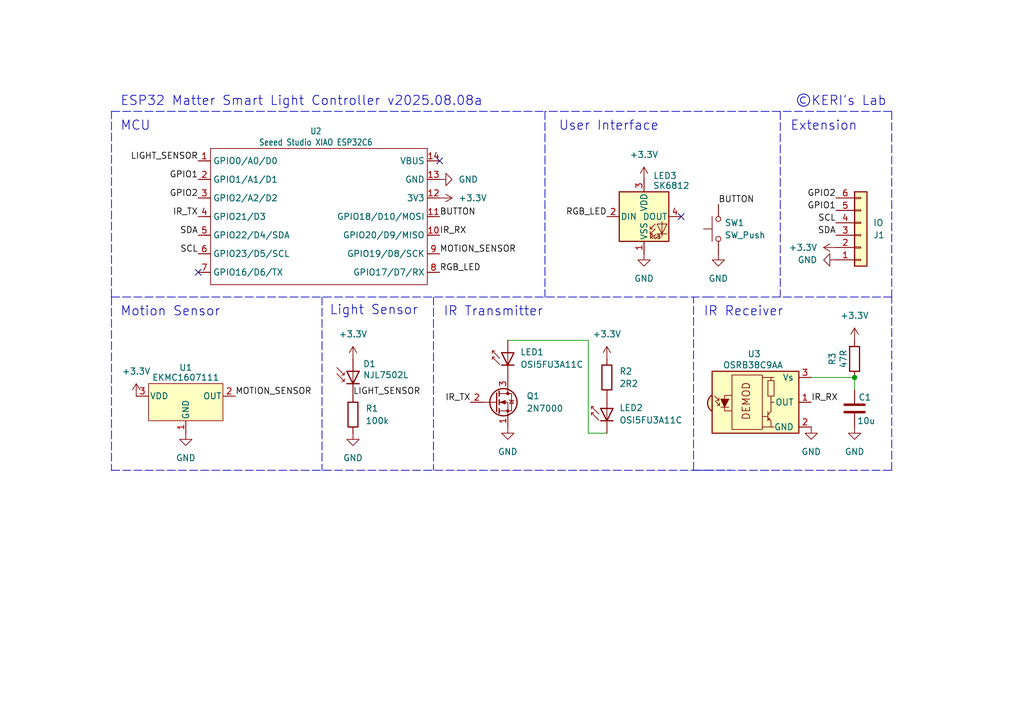
<source format=kicad_sch>
(kicad_sch (version 20250114) (generator "eeschema") (generator_version "9.0")
  (paper "A5")
  (title_block (title "ESP32 Matter Smart Light Controller") (date "2025-08-08") (rev "v2025.08.08a") (company "KERI's Lab"))
  (lib_symbols
    (symbol "Connector_Generic:Conn_01x06" (pin_names (offset 1.016) (hide yes))
      (property "Reference" "J" (at 0 7.62 0))
      (property "Value" "Conn_01x06" (at 0 -10.16 0))
      (symbol "Conn_01x06_1_1"
        (rectangle (start -1.27 6.35) (end 1.27 -8.89) (stroke (width 0.254)) (fill (type background)))
        (rectangle (start -1.27 5.207) (end 0 4.953) (stroke (width 0.1524)))
        (rectangle (start -1.27 2.667) (end 0 2.413) (stroke (width 0.1524)))
        (rectangle (start -1.27 0.127) (end 0 -0.127) (stroke (width 0.1524)))
        (rectangle (start -1.27 -2.413) (end 0 -2.667) (stroke (width 0.1524)))
        (rectangle (start -1.27 -4.953) (end 0 -5.207) (stroke (width 0.1524)))
        (rectangle (start -1.27 -7.493) (end 0 -7.747) (stroke (width 0.1524)))
        (pin passive line (at -5.08 5.08 0) (length 3.81) (name "Pin_1") (number "1"))
        (pin passive line (at -5.08 2.54 0) (length 3.81) (name "Pin_2") (number "2"))
        (pin passive line (at -5.08 0 0) (length 3.81) (name "Pin_3") (number "3"))
        (pin passive line (at -5.08 -2.54 0) (length 3.81) (name "Pin_4") (number "4"))
        (pin passive line (at -5.08 -5.08 0) (length 3.81) (name "Pin_5") (number "5"))
        (pin passive line (at -5.08 -7.62 0) (length 3.81) (name "Pin_6") (number "6"))
      )
    )
    (symbol "Device:C" (pin_numbers (hide yes)) (pin_names (offset 0.254))
      (property "Reference" "C" (at 0.635 2.54 0))
      (property "Value" "C" (at 0.635 -2.54 0))
      (symbol "C_0_1"
        (polyline (pts (xy -2.032 0.762) (xy 2.032 0.762)) (stroke (width 0.508)))
        (polyline (pts (xy -2.032 -0.762) (xy 2.032 -0.762)) (stroke (width 0.508)))
      )
      (symbol "C_1_1"
        (pin passive line (at 0 3.81 270) (length 2.794) (name "~") (number "1"))
        (pin passive line (at 0 -3.81 90) (length 2.794) (name "~") (number "2"))
      )
    )
    (symbol "Device:D_Photo" (pin_numbers (hide yes)) (pin_names (hide yes))
      (property "Reference" "D" (at 0.508 1.778 0))
      (property "Value" "D_Photo" (at -1.016 -2.794 0))
      (symbol "D_Photo_0_1"
        (polyline (pts (xy -2.54 1.27) (xy -2.54 -1.27)) (stroke (width 0.254)))
        (polyline (pts (xy -2.032 1.778) (xy -1.524 1.778)))
        (polyline (pts (xy -0.508 3.302) (xy -2.032 1.778) (xy -2.032 2.286)))
        (polyline (pts (xy 0 0) (xy -2.54 0)))
        (polyline (pts (xy 0 -1.27) (xy 0 1.27) (xy -2.54 0) (xy 0 -1.27)) (stroke (width 0.254)))
        (polyline (pts (xy 0.762 3.302) (xy -0.762 1.778) (xy -0.762 2.286) (xy -0.762 1.778) (xy -0.254 1.778)))
      )
      (symbol "D_Photo_1_1"
        (pin passive line (at -5.08 0 0) (length 2.54) (name "K") (number "1"))
        (pin passive line (at 2.54 0 180) (length 2.54) (name "A") (number "2"))
      )
    )
    (symbol "Device:R" (pin_numbers (hide yes)) (pin_names (offset 0))
      (property "Reference" "R" (at 2.032 0 90))
      (property "Value" "R" (at 0 0 90))
      (symbol "R_0_1"
        (rectangle (start -1.016 -2.54) (end 1.016 2.54) (stroke (width 0.254)))
      )
      (symbol "R_1_1"
        (pin passive line (at 0 3.81 270) (length 1.27) (name "~") (number "1"))
        (pin passive line (at 0 -3.81 90) (length 1.27) (name "~") (number "2"))
      )
    )
    (symbol "Interface_Optical:TSDP341xx" (pin_names (offset 1.016))
      (property "Reference" "U" (at -10.16 7.62 0))
      (property "Value" "TSDP341xx" (at -10.16 -7.62 0))
      (symbol "TSDP341xx_0_0"
        (arc (start -10.287 -1.778) (mid -11.0899 -0.1905) (end -10.287 1.397) (stroke (width 0.254)) (fill (type background)))
        (polyline (pts (xy 1.905 5.08) (xy 0.127 5.08)))
        (polyline (pts (xy 1.905 -5.08) (xy 0.127 -5.08)))
        (text "DEMOD" (at -3.175 0.254 900) (effects (font (size 1.524 1.524))))
      )
      (symbol "TSDP341xx_0_1"
        (polyline (pts (xy -8.763 0.381) (xy -9.652 1.27)))
        (polyline (pts (xy -8.763 0.381) (xy -9.271 0.381)))
        (polyline (pts (xy -8.763 0.381) (xy -8.763 0.889)))
        (polyline (pts (xy -8.636 -0.635) (xy -9.525 0.254)))
        (polyline (pts (xy -8.636 -0.635) (xy -9.144 -0.635)))
        (polyline (pts (xy -8.636 -0.635) (xy -8.636 -0.127)))
        (polyline (pts (xy -8.382 0.635) (xy -6.731 0.635) (xy -7.62 -1.016) (xy -8.382 0.635)) (fill (type outline)))
        (polyline (pts (xy -8.382 -1.016) (xy -6.731 -1.016)))
        (rectangle (start -6.096 5.588) (end 0.127 -5.588))
        (polyline (pts (xy -6.096 1.397) (xy -7.62 1.397) (xy -7.62 -1.778) (xy -6.096 -1.778)))
        (polyline (pts (xy 1.27 -1.905) (xy 1.27 -3.81)))
        (polyline (pts (xy 1.27 -2.54) (xy 1.905 -1.905) (xy 1.905 0) (xy 2.54 0)))
        (polyline (pts (xy 1.27 -2.921) (xy 0.127 -2.921)))
        (polyline (pts (xy 1.27 -3.175) (xy 1.905 -3.81) (xy 1.905 -5.08) (xy 2.54 -5.08)))
        (polyline (pts (xy 1.397 -3.556) (xy 1.524 -3.556)))
        (polyline (pts (xy 1.651 -3.556) (xy 1.524 -3.556)))
        (polyline (pts (xy 1.651 -3.556) (xy 1.651 -3.302)))
        (polyline (pts (xy 1.905 4.445) (xy 1.905 5.08) (xy 2.54 5.08)))
        (polyline (pts (xy 1.905 0) (xy 1.905 1.27)))
        (rectangle (start 2.54 1.27) (end 1.27 4.445))
        (rectangle (start 7.62 6.35) (end -10.16 -6.35) (stroke (width 0.254)) (fill (type background)))
      )
      (symbol "TSDP341xx_1_1"
        (pin power_in line (at 10.16 5.08 180) (length 2.54) (name "Vs") (number "3"))
        (pin output line (at 10.16 0 180) (length 2.54) (name "OUT") (number "1"))
        (pin power_in line (at 10.16 -5.08 180) (length 2.54) (name "GND") (number "2"))
      )
    )
    (symbol "LED:IR204A" (pin_numbers (hide yes)) (pin_names (offset 1.016) (hide yes))
      (property "Reference" "D" (at 0.508 1.778 0))
      (property "Value" "IR204A" (at -1.016 -2.794 0))
      (symbol "IR204A_0_1"
        (polyline (pts (xy -2.54 1.27) (xy -2.54 -1.27)) (stroke (width 0.254)))
        (polyline (pts (xy -2.413 1.651) (xy -0.889 3.175) (xy -0.889 2.667) (xy -0.889 3.175) (xy -1.397 3.175)))
        (polyline (pts (xy -1.143 1.651) (xy 0.381 3.175) (xy 0.381 2.667)))
        (polyline (pts (xy 0 1.27) (xy -2.54 0) (xy 0 -1.27) (xy 0 1.27)) (stroke (width 0.254)))
        (polyline (pts (xy 0 0) (xy -2.54 0)))
        (polyline (pts (xy 0.381 3.175) (xy -0.127 3.175)))
      )
      (symbol "IR204A_1_1"
        (pin passive line (at -5.08 0 0) (length 2.54) (name "K") (number "1"))
        (pin passive line (at 2.54 0 180) (length 2.54) (name "A") (number "2"))
      )
    )
    (symbol "LED:SK6812" (pin_names (offset 0.254))
      (property "Reference" "D" (at 5.08 5.715 0))
      (property "Value" "SK6812" (at 1.27 -5.715 0))
      (symbol "SK6812_0_0"
        (text "RGB" (at 2.286 -4.191 0) (effects (font (size 0.762 0.762))))
      )
      (symbol "SK6812_0_1"
        (polyline (pts (xy 1.27 -2.54) (xy 1.778 -2.54)))
        (polyline (pts (xy 1.27 -3.556) (xy 1.778 -3.556)))
        (polyline (pts (xy 2.286 -1.524) (xy 1.27 -2.54) (xy 1.27 -2.032)))
        (polyline (pts (xy 2.286 -2.54) (xy 1.27 -3.556) (xy 1.27 -3.048)))
        (polyline (pts (xy 3.683 -1.016) (xy 3.683 -3.556) (xy 3.683 -4.064)))
        (polyline (pts (xy 4.699 -1.524) (xy 2.667 -1.524) (xy 3.683 -3.556) (xy 4.699 -1.524)))
        (polyline (pts (xy 4.699 -3.556) (xy 2.667 -3.556)))
        (rectangle (start 5.08 5.08) (end -5.08 -5.08) (stroke (width 0.254)) (fill (type background)))
      )
      (symbol "SK6812_1_1"
        (pin input line (at -7.62 0 0) (length 2.54) (name "DIN") (number "2"))
        (pin power_in line (at 0 7.62 270) (length 2.54) (name "VDD") (number "3"))
        (pin power_in line (at 0 -7.62 90) (length 2.54) (name "VSS") (number "1"))
        (pin output line (at 7.62 0 180) (length 2.54) (name "DOUT") (number "4"))
      )
    )
    (symbol "PaPIRs:EKMC1607111" (pin_names (offset 0.254))
      (property "Reference" "U3" (at 0 7.112 0))
      (property "Value" "EKMC1607111" (at 0 5.08 0))
      (symbol "EKMC1607111_1_1"
        (rectangle (start -7.62 3.81) (end 7.62 -3.81) (fill (type background)))
        (pin power_in line (at -10.16 1.27 0) (length 2.54) (name "VDD") (number "3"))
        (pin power_out line (at 0 -6.35 90) (length 2.54) (name "GND") (number "1"))
        (pin output line (at 10.16 1.27 180) (length 2.54) (name "OUT") (number "2"))
      )
    )
    (symbol "Seeed_Studio_XIAO_Series:XIAO_ESP32-C6-DIP"
      (property "Reference" "U" (at -20.574 17.018 0))
      (property "Value" "XIAO-ESP32-C6" (at -15.24 14.986 0))
      (symbol "XIAO_ESP32-C6-DIP_1_0"
        (polyline (pts (xy -21.59 13.97) (xy 22.86 13.97)) (stroke (width 0.1524)))
        (polyline (pts (xy -21.59 11.43) (xy -22.86 11.43)) (stroke (width 0.1524)))
        (polyline (pts (xy -21.59 11.43) (xy -21.59 13.97)) (stroke (width 0.1524)))
        (polyline (pts (xy -21.59 7.62) (xy -22.86 7.62)) (stroke (width 0.1524)))
        (polyline (pts (xy -21.59 7.62) (xy -21.59 11.43)) (stroke (width 0.1524)))
        (polyline (pts (xy -21.59 3.81) (xy -22.86 3.81)) (stroke (width 0.1524)))
        (polyline (pts (xy -21.59 3.81) (xy -21.59 7.62)) (stroke (width 0.1524)))
        (polyline (pts (xy -21.59 0) (xy -22.86 0)) (stroke (width 0.1524)))
        (polyline (pts (xy -21.59 0) (xy -21.59 3.81)) (stroke (width 0.1524)))
        (polyline (pts (xy -21.59 -3.81) (xy -22.86 -3.81)) (stroke (width 0.1524)))
        (polyline (pts (xy -21.59 -7.62) (xy -22.86 -7.62)) (stroke (width 0.1524)))
        (polyline (pts (xy -21.59 -11.43) (xy -22.86 -11.43)) (stroke (width 0.1524)))
        (polyline (pts (xy -21.59 -13.97) (xy -21.59 0)) (stroke (width 0.1524)))
        (polyline (pts (xy 22.86 13.97) (xy 22.86 11.43)) (stroke (width 0.1524)))
        (polyline (pts (xy 22.86 11.43) (xy 22.86 7.62)) (stroke (width 0.1524)))
        (polyline (pts (xy 22.86 7.62) (xy 22.86 3.81)) (stroke (width 0.1524)))
        (polyline (pts (xy 22.86 3.81) (xy 22.86 -13.97)) (stroke (width 0.1524)))
        (polyline (pts (xy 22.86 -13.97) (xy -21.59 -13.97)) (stroke (width 0.1524)))
        (polyline (pts (xy 24.13 11.43) (xy 22.86 11.43)) (stroke (width 0.1524)))
        (polyline (pts (xy 24.13 7.62) (xy 22.86 7.62)) (stroke (width 0.1524)))
        (polyline (pts (xy 24.13 3.81) (xy 22.86 3.81)) (stroke (width 0.1524)))
        (polyline (pts (xy 24.13 0) (xy 22.86 0)) (stroke (width 0.1524)))
        (polyline (pts (xy 24.13 -3.81) (xy 22.86 -3.81)) (stroke (width 0.1524)))
        (polyline (pts (xy 24.13 -7.62) (xy 22.86 -7.62)) (stroke (width 0.1524)))
        (polyline (pts (xy 24.13 -11.43) (xy 22.86 -11.43)) (stroke (width 0.1524)))
        (pin passive line (at -24.13 11.43 0) (length 2.54) (name "GPIO0/A0/D0") (number "1"))
        (pin passive line (at -24.13 7.62 0) (length 2.54) (name "GPIO1/A1/D1") (number "2"))
        (pin passive line (at -24.13 3.81 0) (length 2.54) (name "GPIO2/A2/D2") (number "3"))
        (pin passive line (at -24.13 0 0) (length 2.54) (name "GPIO21/D3") (number "4"))
        (pin passive line (at -24.13 -3.81 0) (length 2.54) (name "GPIO22/D4/SDA") (number "5"))
        (pin passive line (at -24.13 -7.62 0) (length 2.54) (name "GPIO23/D5/SCL") (number "6"))
        (pin passive line (at -24.13 -11.43 0) (length 2.54) (name "GPIO16/D6/TX") (number "7"))
        (pin passive line (at 25.4 11.43 180) (length 2.54) (name "VBUS") (number "14"))
        (pin passive line (at 25.4 7.62 180) (length 2.54) (name "GND") (number "13"))
        (pin passive line (at 25.4 3.81 180) (length 2.54) (name "3V3") (number "12"))
        (pin passive line (at 25.4 0 180) (length 2.54) (name "GPIO18/D10/MOSI") (number "11"))
        (pin passive line (at 25.4 -3.81 180) (length 2.54) (name "GPIO20/D9/MISO") (number "10"))
        (pin passive line (at 25.4 -7.62 180) (length 2.54) (name "GPIO19/D8/SCK") (number "9"))
        (pin passive line (at 25.4 -11.43 180) (length 2.54) (name "GPIO17/D7/RX") (number "8"))
      )
    )
    (symbol "Switch:SW_Push" (pin_numbers (hide yes)) (pin_names (offset 1.016) (hide yes))
      (property "Reference" "SW" (at 1.27 2.54 0))
      (property "Value" "SW_Push" (at 0 -1.524 0))
      (symbol "SW_Push_0_1"
        (circle (center -2.032 0) (radius 0.508))
        (polyline (pts (xy 0 1.27) (xy 0 3.048)))
        (circle (center 2.032 0) (radius 0.508))
        (polyline (pts (xy 2.54 1.27) (xy -2.54 1.27)))
        (pin passive line (at -5.08 0 0) (length 2.54) (name "1") (number "1"))
        (pin passive line (at 5.08 0 180) (length 2.54) (name "2") (number "2"))
      )
    )
    (symbol "Transistor_FET:2N7000" (pin_names (hide yes))
      (property "Reference" "Q" (at 5.08 1.905 0))
      (property "Value" "2N7000" (at 5.08 0 0))
      (symbol "2N7000_0_1"
        (polyline (pts (xy 0.254 1.905) (xy 0.254 -1.905)) (stroke (width 0.254)))
        (polyline (pts (xy 0.254 0) (xy -2.54 0)))
        (polyline (pts (xy 0.762 2.286) (xy 0.762 1.27)) (stroke (width 0.254)))
        (polyline (pts (xy 0.762 0.508) (xy 0.762 -0.508)) (stroke (width 0.254)))
        (polyline (pts (xy 0.762 -1.27) (xy 0.762 -2.286)) (stroke (width 0.254)))
        (polyline (pts (xy 0.762 -1.778) (xy 3.302 -1.778) (xy 3.302 1.778) (xy 0.762 1.778)))
        (polyline (pts (xy 1.016 0) (xy 2.032 0.381) (xy 2.032 -0.381) (xy 1.016 0)) (fill (type outline)))
        (circle (center 1.651 0) (radius 2.794) (stroke (width 0.254)))
        (polyline (pts (xy 2.54 2.54) (xy 2.54 1.778)))
        (circle (center 2.54 1.778) (radius 0.254) (fill (type outline)))
        (circle (center 2.54 -1.778) (radius 0.254) (fill (type outline)))
        (polyline (pts (xy 2.54 -2.54) (xy 2.54 0) (xy 0.762 0)))
        (polyline (pts (xy 2.794 0.508) (xy 2.921 0.381) (xy 3.683 0.381) (xy 3.81 0.254)))
        (polyline (pts (xy 3.302 0.381) (xy 2.921 -0.254) (xy 3.683 -0.254) (xy 3.302 0.381)))
      )
      (symbol "2N7000_1_1"
        (pin input line (at -5.08 0 0) (length 2.54) (name "G") (number "2"))
        (pin passive line (at 2.54 5.08 270) (length 2.54) (name "D") (number "3"))
        (pin passive line (at 2.54 -5.08 90) (length 2.54) (name "S") (number "1"))
      )
    )
    (symbol "power:+3.3V" (power) (pin_numbers (hide yes)) (pin_names (offset 0) (hide yes))
      (property "Value" "+3.3V" (at 0 3.556 0))
      (symbol "+3.3V_0_1"
        (polyline (pts (xy -0.762 1.27) (xy 0 2.54)))
        (polyline (pts (xy 0 2.54) (xy 0.762 1.27)))
        (polyline (pts (xy 0 0) (xy 0 2.54)))
      )
      (symbol "+3.3V_1_1"
        (pin power_in line (at 0 0 90) (length 0) (name "~") (number "1"))
      )
    )
    (symbol "power:GND" (power) (pin_numbers (hide yes)) (pin_names (offset 0) (hide yes))
      (property "Value" "GND" (at 0 -3.81 0))
      (symbol "GND_0_1"
        (polyline (pts (xy 0 0) (xy 0 -1.27) (xy 1.27 -1.27) (xy 0 -2.54) (xy -1.27 -1.27) (xy 0 -1.27)))
      )
      (symbol "GND_1_1"
        (pin power_in line (at 0 0 270) (length 0) (name "~") (number "1"))
      )
    )
  )
  (text "IR Transmitter" (at 90.932 64.008 0) (effects (font (size 1.905 1.905)) (justify left)))
  (text "IR Receiver" (at 144.272 64.008 0) (effects (font (size 1.905 1.905)) (justify left)))
  (text "Extension" (at 162.052 25.908 0) (effects (font (size 1.905 1.905)) (justify left)))
  (text "User Interface" (at 114.554 25.908 0) (effects (font (size 1.905 1.905)) (justify left)))
  (text "ESP32 Matter Smart Light Controller v2025.08.08a" (at 24.638 20.828 0) (effects (font (size 1.905 1.905)) (justify left)))
  (text "MCU" (at 24.638 25.908 0) (effects (font (size 1.905 1.905)) (justify left)))
  (text "Motion Sensor" (at 24.638 64.008 0) (effects (font (size 1.905 1.905)) (justify left)))
  (text "Light Sensor" (at 67.564 63.754 0) (effects (font (size 1.905 1.905)) (justify left)))
  (text "©KERI's Lab" (at 181.864 20.828 0) (effects (font (size 1.905 1.905)) (justify right)))
  (junction (at 175.26 77.47))
  (no_connect (at 40.64 55.88))
  (no_connect (at 139.7 44.45))
  (no_connect (at 90.17 33.02))
  (polyline (pts (xy 111.76 22.86) (xy 111.76 60.96)) (stroke (width 0) (type dash)))
  (polyline (pts (xy 88.9 60.96) (xy 88.9 96.52)) (stroke (width 0) (type dash)))
  (polyline (pts (xy 160.02 22.86) (xy 160.02 60.96)) (stroke (width 0) (type dash)))
  (wire (pts (xy 175.26 77.47) (xy 175.26 80.01)))
  (polyline (pts (xy 22.86 96.52) (xy 144.78 96.52)) (stroke (width 0) (type dash)))
  (wire (pts (xy 120.65 69.85) (xy 104.14 69.85)))
  (polyline (pts (xy 182.88 60.96) (xy 149.86 60.96)) (stroke (width 0) (type dash)))
  (polyline (pts (xy 144.78 60.96) (xy 149.86 60.96)) (stroke (width 0) (type dash)))
  (wire (pts (xy 166.37 77.47) (xy 175.26 77.47)))
  (polyline (pts (xy 66.04 60.96) (xy 66.04 96.52)) (stroke (width 0) (type dash)))
  (polyline (pts (xy 182.88 22.86) (xy 111.76 22.86)) (stroke (width 0) (type dash)))
  (polyline (pts (xy 142.24 96.52) (xy 142.24 60.96)) (stroke (width 0) (type dash)))
  (polyline (pts (xy 22.86 22.86) (xy 111.76 22.86)) (stroke (width 0) (type dash)))
  (polyline (pts (xy 22.86 60.96) (xy 144.78 60.96)) (stroke (width 0) (type dash)))
  (polyline (pts (xy 22.86 60.96) (xy 22.86 96.52)) (stroke (width 0) (type dash)))
  (polyline (pts (xy 182.88 22.86) (xy 182.88 60.96)) (stroke (width 0) (type dash)))
  (wire (pts (xy 120.65 88.9) (xy 120.65 69.85)))
  (polyline (pts (xy 144.78 96.52) (xy 149.86 96.52)) (stroke (width 0) (type dash)))
  (wire (pts (xy 124.46 88.9) (xy 120.65 88.9)))
  (polyline (pts (xy 22.86 60.96) (xy 22.86 22.86)) (stroke (width 0) (type dash)))
  (polyline (pts (xy 182.88 96.52) (xy 182.88 60.96)) (stroke (width 0) (type dash)))
  (polyline (pts (xy 149.86 60.96) (xy 149.86 60.96)) (stroke (width 0) (type dash)))
  (polyline (pts (xy 142.24 96.52) (xy 182.88 96.52)) (stroke (width 0) (type dash)))
  (label "SDA" (at 40.64 48.26 180))
  (label "BUTTON" (at 147.32 41.91 0))
  (label "SCL" (at 171.45 45.72 180))
  (label "IR_TX" (at 96.52 82.55 180))
  (label "GPIO2" (at 40.64 40.64 180))
  (label "GPIO1" (at 40.64 36.83 180))
  (label "SDA" (at 171.45 48.26 180))
  (label "BUTTON" (at 90.17 44.45 0))
  (label "MOTION_SENSOR" (at 90.17 52.07 0))
  (label "LIGHT_SENSOR" (at 40.64 33.02 180))
  (label "IR_RX" (at 90.17 48.26 0))
  (label "GPIO2" (at 171.45 40.64 180))
  (label "IR_RX" (at 166.37 82.55 0))
  (label "RGB_LED" (at 124.46 44.45 180))
  (label "MOTION_SENSOR" (at 48.26 81.28 0))
  (label "GPIO1" (at 171.45 43.18 180))
  (label "SCL" (at 40.64 52.07 180))
  (label "IR_TX" (at 40.64 44.45 180))
  (label "RGB_LED" (at 90.17 55.88 0))
  (label "LIGHT_SENSOR" (at 72.39 81.28 0))
  (symbol (lib_id "power:+3.3V") (at 90.17 40.64 270) (unit 1)
    (property "Reference" "#PWR06" (effects (hide yes)))
    (property "Value" "+3.3V" (at 93.98 40.6399 90) (effects (justify left)))
    (property "Description" "Power symbol creates a global label with name \"+3.3V\"" (effects (hide yes)))
  )
  (symbol (lib_id "Interface_Optical:TSDP341xx") (at 156.21 82.55 0) (unit 1)
    (property "Reference" "U3" (at 154.686 72.644 0))
    (property "Value" "OSRB38C9AA" (at 154.432 74.93 0))
    (property "Footprint" "OptoDevice:Vishay_MOLD-3Pin" (effects (hide yes)))
    (property "Datasheet" "http://www.vishay.com/docs/82667/tsdp341.pdf" (effects (hide yes)))
    (property "Description" "IR Receiver Modules for Data Transmission" (effects (hide yes)))
  )
  (symbol (lib_id "power:GND") (at 104.14 87.63 0) (unit 1)
    (property "Reference" "#PWR07" (effects (hide yes)))
    (property "Value" "GND" (at 104.14 92.71 0))
    (property "Description" "Power symbol creates a global label with name \"GND\" , ground" (effects (hide yes)))
  )
  (symbol (lib_id "power:GND") (at 72.39 88.9 0) (unit 1)
    (property "Reference" "#PWR04" (effects (hide yes)))
    (property "Value" "GND" (at 72.39 93.98 0))
    (property "Description" "Power symbol creates a global label with name \"GND\" , ground" (effects (hide yes)))
  )
  (symbol (lib_id "power:+3.3V") (at 175.26 69.85 0) (unit 1)
    (property "Reference" "#PWR012" (effects (hide yes)))
    (property "Value" "+3.3V" (at 175.26 64.77 0))
    (property "Description" "Power symbol creates a global label with name \"+3.3V\"" (effects (hide yes)))
  )
  (symbol (lib_id "Device:R") (at 72.39 85.09 0) (unit 1)
    (property "Reference" "R1" (at 74.93 83.8199 0) (effects (justify left)))
    (property "Value" "100k" (at 74.93 86.3599 0) (effects (justify left)))
    (property "Description" "Resistor" (effects (hide yes)))
  )
  (symbol (lib_id "power:GND") (at 132.08 52.07 0) (unit 1)
    (property "Reference" "#PWR010" (effects (hide yes)))
    (property "Value" "GND" (at 132.08 57.15 0))
    (property "Description" "Power symbol creates a global label with name \"GND\" , ground" (effects (hide yes)))
  )
  (symbol (lib_id "LED:IR204A") (at 124.46 83.82 90) (unit 1)
    (property "Reference" "LED2" (at 127 83.6929 90) (effects (justify right)))
    (property "Value" "OSI5FU3A11C" (at 127 86.2329 90) (effects (justify right)))
    (property "Footprint" "LED_THT:LED_D3.0mm_IRBlack" (effects (hide yes)))
    (property "Datasheet" "http://www.everlight.com/file/ProductFile/IR204-A.pdf" (effects (hide yes)))
    (property "Description" "Infrared LED , 3mm LED package" (effects (hide yes)))
  )
  (symbol (lib_id "power:GND") (at 147.32 52.07 0) (unit 1)
    (property "Reference" "#PWR011" (effects (hide yes)))
    (property "Value" "GND" (at 147.32 57.15 0))
    (property "Description" "Power symbol creates a global label with name \"GND\" , ground" (effects (hide yes)))
  )
  (symbol (lib_id "power:+3.3V") (at 124.46 73.66 0) (unit 1)
    (property "Reference" "#PWR08" (effects (hide yes)))
    (property "Value" "+3.3V" (at 124.46 68.58 0))
    (property "Description" "Power symbol creates a global label with name \"+3.3V\"" (effects (hide yes)))
  )
  (symbol (lib_id "Device:R") (at 124.46 77.47 0) (unit 1)
    (property "Reference" "R2" (at 127 76.1999 0) (effects (justify left)))
    (property "Value" "2R2" (at 127 78.7399 0) (effects (justify left)))
    (property "Description" "Resistor" (effects (hide yes)))
  )
  (symbol (lib_id "Switch:SW_Push") (at 147.32 46.99 90) (unit 1)
    (property "Reference" "SW1" (at 148.59 45.7199 90) (effects (justify right)))
    (property "Value" "SW_Push" (at 148.59 48.2599 90) (effects (justify right)))
    (property "Description" "Push button switch, generic, two pins" (effects (hide yes)))
  )
  (symbol (lib_id "power:GND") (at 166.37 87.63 0) (unit 1)
    (property "Reference" "#PWR013" (effects (hide yes)))
    (property "Value" "GND" (at 166.37 92.71 0))
    (property "Description" "Power symbol creates a global label with name \"GND\" , ground" (effects (hide yes)))
  )
  (symbol (lib_id "power:GND") (at 171.45 53.34 270) (unit 1)
    (property "Reference" "#PWR016" (effects (hide yes)))
    (property "Value" "GND" (at 167.64 53.3399 90) (effects (justify right)))
    (property "Description" "Power symbol creates a global label with name \"GND\" , ground" (effects (hide yes)))
  )
  (symbol (lib_id "power:+3.3V") (at 132.08 36.83 0) (unit 1)
    (property "Reference" "#PWR09" (effects (hide yes)))
    (property "Value" "+3.3V" (at 132.08 31.75 0))
    (property "Description" "Power symbol creates a global label with name \"+3.3V\"" (effects (hide yes)))
  )
  (symbol (lib_id "PaPIRs:EKMC1607111") (at 38.1 82.55 0) (unit 1)
    (property "Reference" "U1" (at 38.1 75.438 0))
    (property "Value" "EKMC1607111" (at 38.1 77.47 0))
    (property "Footprint" "EKMC1607111_PAN" (effects (hide yes)))
    (property "Datasheet" "EKMC1607111" (effects (hide yes)))
  )
  (symbol (lib_id "power:+3.3V") (at 72.39 73.66 0) (unit 1)
    (property "Reference" "#PWR03" (effects (hide yes)))
    (property "Value" "+3.3V" (at 72.39 68.58 0))
    (property "Description" "Power symbol creates a global label with name \"+3.3V\"" (effects (hide yes)))
  )
  (symbol (lib_id "Device:D_Photo") (at 72.39 76.2 90) (unit 1)
    (property "Reference" "D1" (at 74.422 74.676 90) (effects (justify right)))
    (property "Value" "NJL7502L" (at 74.422 76.962 90) (effects (justify right)))
    (property "Description" "Photodiode" (effects (hide yes)))
  )
  (symbol (lib_id "power:GND") (at 38.1 88.9 0) (unit 1)
    (property "Reference" "#PWR02" (effects (hide yes)))
    (property "Value" "GND" (at 38.1 93.98 0))
    (property "Description" "Power symbol creates a global label with name \"GND\" , ground" (effects (hide yes)))
  )
  (symbol (lib_id "Device:C") (at 175.26 83.82 0) (unit 1)
    (property "Reference" "C1" (at 176.022 81.534 0) (effects (justify left)))
    (property "Value" "10u" (at 175.768 86.36 0) (effects (justify left)))
    (property "Description" "Unpolarized capacitor" (effects (hide yes)))
  )
  (symbol (lib_id "power:+3.3V") (at 27.94 81.28 0) (unit 1)
    (property "Reference" "#PWR01" (effects (hide yes)))
    (property "Value" "+3.3V" (at 27.94 76.2 0))
    (property "Description" "Power symbol creates a global label with name \"+3.3V\"" (effects (hide yes)))
  )
  (symbol (lib_id "power:GND") (at 90.17 36.83 90) (unit 1)
    (property "Reference" "#PWR05" (effects (hide yes)))
    (property "Value" "GND" (at 93.98 36.8299 90) (effects (justify right)))
    (property "Description" "Power symbol creates a global label with name \"GND\" , ground" (effects (hide yes)))
  )
  (symbol (lib_id "LED:SK6812") (at 132.08 44.45 0) (unit 1)
    (property "Reference" "LED3" (at 136.398 36.068 0))
    (property "Value" "SK6812" (at 137.668 38.1 0))
    (property "Footprint" "LED_SMD:LED_SK6812_PLCC4_5.0x5.0mm_P3.2mm" (effects (hide yes)))
    (property "Datasheet" "https://cdn-shop.adafruit.com/product-files/1138/SK6812+LED+datasheet+.pdf" (effects (hide yes)))
    (property "Description" "RGB LED with integrated controller" (effects (hide yes)))
  )
  (symbol (lib_id "Device:R") (at 175.26 73.66 180) (unit 1)
    (property "Reference" "R3" (at 170.688 73.66 90))
    (property "Value" "47R" (at 172.974 73.66 90))
    (property "Description" "Resistor" (effects (hide yes)))
  )
  (symbol (lib_id "Connector_Generic:Conn_01x06") (at 176.53 48.26 0) (mirror x) (unit 1)
    (property "Reference" "J1" (at 179.07 48.2601 0) (effects (justify left)))
    (property "Value" "IO" (at 179.07 45.7201 0) (effects (justify left)))
    (property "Description" "Generic connector, single row, 01x06, script generated (kicad-library-utils/schlib/autogen/connector/)" (effects (hide yes)))
  )
  (symbol (lib_id "Seeed_Studio_XIAO_Series:XIAO_ESP32-C6-DIP") (at 64.77 44.45 0) (unit 1)
    (property "Reference" "U2" (at 64.77 26.924 0) (effects (font (size 1.27 1.0795))))
    (property "Value" "Seeed Studio XIAO ESP32C6" (at 64.77 29.21 0) (effects (font (size 1.27 1.0795))))
    (property "Footprint" "Module:MOUDLE14P-XIAO-DIP-SMD" (effects (hide yes)))
    (property "SKU" "XIAO-DIP" (effects (hide yes)))
  )
  (symbol (lib_id "power:GND") (at 175.26 87.63 0) (unit 1)
    (property "Reference" "#PWR014" (effects (hide yes)))
    (property "Value" "GND" (at 175.26 92.71 0))
    (property "Description" "Power symbol creates a global label with name \"GND\" , ground" (effects (hide yes)))
  )
  (symbol (lib_id "power:+3.3V") (at 171.45 50.8 90) (unit 1)
    (property "Reference" "#PWR015" (effects (hide yes)))
    (property "Value" "+3.3V" (at 167.64 50.7999 90) (effects (justify left)))
    (property "Description" "Power symbol creates a global label with name \"+3.3V\"" (effects (hide yes)))
  )
  (symbol (lib_id "Transistor_FET:2N7000") (at 101.6 82.55 0) (unit 1)
    (property "Reference" "Q1" (at 107.95 81.2799 0) (effects (justify left)))
    (property "Value" "2N7000" (at 107.95 83.8199 0) (effects (justify left)))
    (property "Footprint" "Package_TO_SOT_THT:TO-92_Inline" (effects (hide yes)))
    (property "Datasheet" "https://www.vishay.com/docs/70226/70226.pdf" (effects (hide yes)))
    (property "Description" "0.2A Id, 200V Vds, N-Channel MOSFET, 2.6V Logic Level, TO-92" (effects (hide yes)))
  )
  (symbol (lib_id "LED:IR204A") (at 104.14 72.39 90) (unit 1)
    (property "Reference" "LED1" (at 106.68 72.2629 90) (effects (justify right)))
    (property "Value" "OSI5FU3A11C" (at 106.68 74.8029 90) (effects (justify right)))
    (property "Footprint" "LED_THT:LED_D3.0mm_IRBlack" (effects (hide yes)))
    (property "Datasheet" "http://www.everlight.com/file/ProductFile/IR204-A.pdf" (effects (hide yes)))
    (property "Description" "Infrared LED , 3mm LED package" (effects (hide yes)))
  )
)
</source>
